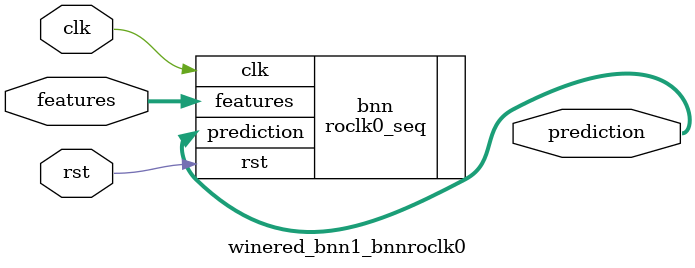
<source format=v>













module winered_bnn1_bnnroclk0 #(

parameter FEAT_CNT = 11,
parameter HIDDEN_CNT = 40,
parameter FEAT_BITS = 4,
parameter CLASS_CNT = 6,
parameter TEST_CNT = 1000


  ) (
  input clk,
  input rst,
  input [FEAT_CNT*FEAT_BITS-1:0] features,
  output [$clog2(CLASS_CNT)-1:0] prediction
  );

  localparam Weights0 = 440'b11101100111111100100101100110010011011110110111111101101011011000101100010011000011100010100101010010000111110001110100110011010100011010100001101110011000000011110001100111000111000000010110101110111101111111000101110110001010110011111100000101010011100101001111011101110111001010100110111000110111111000101110111100001000000011011111010111001101100001010010111011100011001101010110110010000011110100000101000110010000011100000000110011000 ;
  localparam Weights1 = 240'b101011110101010111101111010101000101111001101110110011111110010011110100100011101000101011111101111001010101001011000101101011100011011000100010000100100000001111000110100000011011100000011101001111010010001011110000001101110000010000111001 ;

  roclk0_seq #(.FEAT_CNT(FEAT_CNT),.FEAT_BITS(FEAT_BITS),.HIDDEN_CNT(HIDDEN_CNT),.CLASS_CNT(CLASS_CNT),.Weights0(Weights0),.Weights1(Weights1)) bnn (
    .clk(clk),
    .rst(rst),
    .features(features),
    .prediction(prediction)
  );

endmodule

</source>
